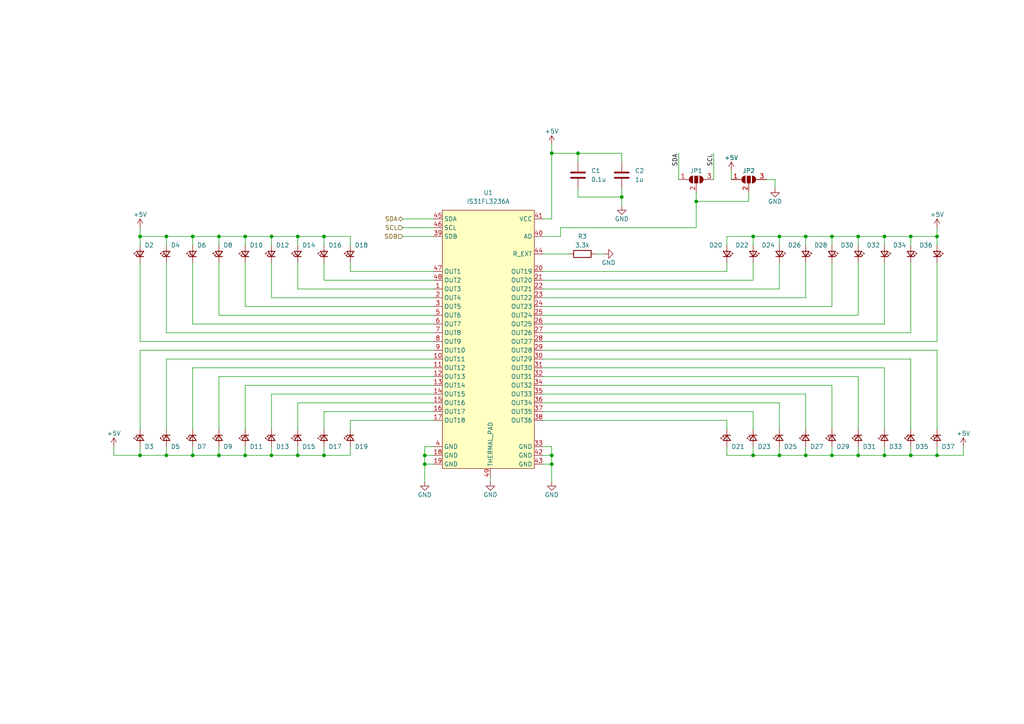
<source format=kicad_sch>
(kicad_sch (version 20211123) (generator eeschema)
  (paper "A4")
  (lib_symbols
    (symbol "Device:C" (pin_numbers hide) (pin_names (offset 0.254))
      (property "Reference" "C" (at 0.635 2.54 0))
      (property "Value" "C" (at 0.635 -2.54 0))
      (symbol "C_0_1"
        (polyline (pts (xy -2.032 -0.762) (xy 2.032 -0.762)) (stroke (width 0.508)))
        (polyline (pts (xy -2.032 0.762) (xy 2.032 0.762)) (stroke (width 0.508)))
      )
      (symbol "C_1_1"
        (pin passive line (at 0 3.81 270) (length 2.794) (name "~") (number "1"))
        (pin passive line (at 0 -3.81 90) (length 2.794) (name "~") (number "2"))
      )
    )
    (symbol "Device:LED_Small" (pin_numbers hide) (pin_names (offset 0.254) hide)
      (property "Reference" "D" (at -1.27 3.175 0))
      (property "Value" "LED_Small" (at -4.445 -2.54 0))
      (symbol "LED_Small_0_1"
        (polyline (pts (xy -0.762 -1.016) (xy -0.762 1.016)) (stroke (width 0.254)))
        (polyline (pts (xy 1.016 0) (xy -0.762 0)))
        (polyline (pts (xy 0.762 -1.016) (xy -0.762 0) (xy 0.762 1.016) (xy 0.762 -1.016)) (stroke (width 0.254)))
        (polyline (pts (xy 0 0.762) (xy -0.508 1.27) (xy -0.254 1.27) (xy -0.508 1.27) (xy -0.508 1.016)))
        (polyline (pts (xy 0.508 1.27) (xy 0 1.778) (xy 0.254 1.778) (xy 0 1.778) (xy 0 1.524)))
      )
      (symbol "LED_Small_1_1"
        (pin passive line (at -2.54 0 0) (length 1.778) (name "K") (number "1"))
        (pin passive line (at 2.54 0 180) (length 1.778) (name "A") (number "2"))
      )
    )
    (symbol "Device:R" (pin_numbers hide) (pin_names (offset 0))
      (property "Reference" "R" (at 2.032 0 90))
      (property "Value" "R" (at 0 0 90))
      (symbol "R_0_1"
        (rectangle (start -1.016 -2.54) (end 1.016 2.54) (stroke (width 0.254)))
      )
      (symbol "R_1_1"
        (pin passive line (at 0 3.81 270) (length 1.27) (name "~") (number "1"))
        (pin passive line (at 0 -3.81 90) (length 1.27) (name "~") (number "2"))
      )
    )
    (symbol "Jumper:SolderJumper_3_Open" (pin_names (offset 0) hide)
      (property "Reference" "JP" (at -2.54 -2.54 0))
      (property "Value" "SolderJumper_3_Open" (at 0 2.794 0))
      (symbol "SolderJumper_3_Open_0_1"
        (arc (start -1.016 1.016) (mid -2.032 0) (end -1.016 -1.016))
        (arc (start -1.016 1.016) (mid -2.032 0) (end -1.016 -1.016) (fill (type outline)))
        (rectangle (start -0.508 1.016) (end 0.508 -1.016) (fill (type outline)))
        (polyline (pts (xy -2.54 0) (xy -2.032 0)))
        (polyline (pts (xy -1.016 1.016) (xy -1.016 -1.016)))
        (polyline (pts (xy 0 -1.27) (xy 0 -1.016)))
        (polyline (pts (xy 1.016 1.016) (xy 1.016 -1.016)))
        (polyline (pts (xy 2.54 0) (xy 2.032 0)))
        (arc (start 1.016 -1.016) (mid 2.032 0) (end 1.016 1.016))
        (arc (start 1.016 -1.016) (mid 2.032 0) (end 1.016 1.016) (fill (type outline)))
      )
      (symbol "SolderJumper_3_Open_1_1"
        (pin passive line (at -5.08 0 0) (length 2.54) (name "A") (number "1"))
        (pin passive line (at 0 -3.81 90) (length 2.54) (name "C") (number "2"))
        (pin passive line (at 5.08 0 180) (length 2.54) (name "B") (number "3"))
      )
    )
    (symbol "WHL0137-LS:IS31FL3236A"
      (property "Reference" "U" (at 13.97 3.81 0))
      (property "Value" "IS31FL3236A" (at 13.97 1.27 0))
      (symbol "IS31FL3236A_0_0"
        (pin output line (at -2.54 -43.18 0) (length 2.54) (name "OUT11") (number "10"))
        (pin output line (at -2.54 -45.72 0) (length 2.54) (name "OUT12") (number "11"))
        (pin output line (at -2.54 -48.26 0) (length 2.54) (name "OUT13") (number "12"))
        (pin output line (at -2.54 -50.8 0) (length 2.54) (name "OUT14") (number "13"))
        (pin output line (at -2.54 -53.34 0) (length 2.54) (name "OUT15") (number "14"))
        (pin output line (at -2.54 -55.88 0) (length 2.54) (name "OUT16") (number "15"))
        (pin output line (at -2.54 -58.42 0) (length 2.54) (name "OUT17") (number "16"))
        (pin output line (at -2.54 -60.96 0) (length 2.54) (name "OUT18") (number "17"))
        (pin passive line (at -2.54 -71.12 0) (length 2.54) (name "GND") (number "18"))
        (pin passive line (at -2.54 -73.66 0) (length 2.54) (name "GND") (number "19"))
        (pin output line (at 29.21 -17.78 180) (length 2.54) (name "OUT19") (number "20"))
        (pin output line (at 29.21 -20.32 180) (length 2.54) (name "OUT20") (number "21"))
        (pin output line (at 29.21 -22.86 180) (length 2.54) (name "OUT21") (number "22"))
        (pin output line (at 29.21 -25.4 180) (length 2.54) (name "OUT22") (number "23"))
        (pin output line (at 29.21 -27.94 180) (length 2.54) (name "OUT23") (number "24"))
        (pin output line (at 29.21 -30.48 180) (length 2.54) (name "OUT24") (number "25"))
        (pin output line (at 29.21 -33.02 180) (length 2.54) (name "OUT25") (number "26"))
        (pin output line (at 29.21 -35.56 180) (length 2.54) (name "OUT26") (number "27"))
        (pin output line (at 29.21 -38.1 180) (length 2.54) (name "OUT27") (number "28"))
        (pin output line (at 29.21 -40.64 180) (length 2.54) (name "OUT28") (number "29"))
        (pin output line (at 29.21 -43.18 180) (length 2.54) (name "OUT29") (number "30"))
        (pin output line (at 29.21 -45.72 180) (length 2.54) (name "OUT30") (number "31"))
        (pin output line (at 29.21 -48.26 180) (length 2.54) (name "OUT31") (number "32"))
        (pin passive line (at 29.21 -68.58 180) (length 2.54) (name "GND") (number "33"))
        (pin output line (at 29.21 -50.8 180) (length 2.54) (name "OUT32") (number "34"))
        (pin output line (at 29.21 -53.34 180) (length 2.54) (name "OUT33") (number "35"))
        (pin output line (at 29.21 -55.88 180) (length 2.54) (name "OUT34") (number "36"))
        (pin output line (at 29.21 -58.42 180) (length 2.54) (name "OUT35") (number "37"))
        (pin output line (at 29.21 -60.96 180) (length 2.54) (name "OUT36") (number "38"))
        (pin input line (at -2.54 -7.62 0) (length 2.54) (name "SDB") (number "39"))
        (pin passive line (at -2.54 -68.58 0) (length 2.54) (name "GND") (number "4"))
        (pin input line (at 29.21 -7.62 180) (length 2.54) (name "AD") (number "40"))
        (pin power_in line (at 29.21 -2.54 180) (length 2.54) (name "VCC") (number "41"))
        (pin passive line (at 29.21 -71.12 180) (length 2.54) (name "GND") (number "42"))
        (pin passive line (at 29.21 -73.66 180) (length 2.54) (name "GND") (number "43"))
        (pin passive line (at 29.21 -12.7 180) (length 2.54) (name "R_EXT") (number "44"))
        (pin bidirectional line (at -2.54 -2.54 0) (length 2.54) (name "SDA") (number "45"))
        (pin input line (at -2.54 -5.08 0) (length 2.54) (name "SCL") (number "46"))
        (pin output line (at -2.54 -17.78 0) (length 2.54) (name "OUT1") (number "47"))
        (pin output line (at -2.54 -20.32 0) (length 2.54) (name "OUT2") (number "48"))
        (pin output line (at -2.54 -30.48 0) (length 2.54) (name "OUT6") (number "5"))
        (pin output line (at -2.54 -33.02 0) (length 2.54) (name "OUT7") (number "6"))
        (pin output line (at -2.54 -35.56 0) (length 2.54) (name "OUT8") (number "7"))
        (pin output line (at -2.54 -38.1 0) (length 2.54) (name "OUT9") (number "8"))
        (pin output line (at -2.54 -40.64 0) (length 2.54) (name "OUT10") (number "9"))
      )
      (symbol "IS31FL3236A_0_1"
        (rectangle (start 0 0) (end 26.67 -74.93) (fill (type background)))
      )
      (symbol "IS31FL3236A_1_1"
        (pin output line (at -2.54 -22.86 0) (length 2.54) (name "OUT3") (number "1"))
        (pin output line (at -2.54 -25.4 0) (length 2.54) (name "OUT4") (number "2"))
        (pin output line (at -2.54 -27.94 0) (length 2.54) (name "OUT5") (number "3"))
        (pin passive line (at 13.97 -77.47 90) (length 2.54) (name "THERMAL_PAD") (number "49"))
      )
    )
    (symbol "power:+5V" (power) (pin_names (offset 0))
      (property "Value" "+5V" (at 0 3.556 0))
      (symbol "+5V_0_1"
        (polyline (pts (xy -0.762 1.27) (xy 0 2.54)))
        (polyline (pts (xy 0 0) (xy 0 2.54)))
        (polyline (pts (xy 0 2.54) (xy 0.762 1.27)))
      )
      (symbol "+5V_1_1"
        (pin power_in line (at 0 0 90) (length 0) hide (name "+5V") (number "1"))
      )
    )
    (symbol "power:GND" (power) (pin_names (offset 0))
      (property "Value" "GND" (at 0 -3.81 0))
      (symbol "GND_0_1"
        (polyline (pts (xy 0 0) (xy 0 -1.27) (xy 1.27 -1.27) (xy 0 -2.54) (xy -1.27 -1.27) (xy 0 -1.27)))
      )
      (symbol "GND_1_1"
        (pin power_in line (at 0 0 270) (length 0) hide (name "GND") (number "1"))
      )
    )
  )
  (junction (at 63.5 132.08))
  (junction (at 248.92 68.58))
  (junction (at 218.44 68.58))
  (junction (at 264.16 68.58))
  (junction (at 271.78 132.08))
  (junction (at 40.64 132.08))
  (junction (at 241.3 132.08))
  (junction (at 78.74 68.58))
  (junction (at 226.06 132.08))
  (junction (at 241.3 68.58))
  (junction (at 123.19 134.62))
  (junction (at 93.98 132.08))
  (junction (at 55.88 68.58))
  (junction (at 160.02 132.08))
  (junction (at 71.12 132.08))
  (junction (at 226.06 68.58))
  (junction (at 233.68 68.58))
  (junction (at 264.16 132.08))
  (junction (at 233.68 132.08))
  (junction (at 160.02 134.62))
  (junction (at 248.92 132.08))
  (junction (at 78.74 132.08))
  (junction (at 63.5 68.58))
  (junction (at 71.12 68.58))
  (junction (at 167.64 44.45))
  (junction (at 48.26 132.08))
  (junction (at 256.54 132.08))
  (junction (at 123.19 132.08))
  (junction (at 160.02 44.45))
  (junction (at 201.93 58.42))
  (junction (at 271.78 68.58))
  (junction (at 86.36 132.08))
  (junction (at 180.34 57.15))
  (junction (at 93.98 68.58))
  (junction (at 218.44 132.08))
  (junction (at 86.36 68.58))
  (junction (at 256.54 68.58))
  (junction (at 48.26 68.58))
  (junction (at 40.64 68.58))
  (junction (at 55.88 132.08))
  (wire (pts (xy 256.54 124.46) (xy 256.54 106.68)))
  (wire (pts (xy 63.5 132.08) (xy 55.88 132.08)))
  (wire (pts (xy 78.74 114.3) (xy 78.74 124.46)))
  (wire (pts (xy 233.68 114.3) (xy 233.68 124.46)))
  (wire (pts (xy 279.4 129.54) (xy 279.4 132.08)))
  (wire (pts (xy 86.36 132.08) (xy 78.74 132.08)))
  (wire (pts (xy 33.02 129.54) (xy 33.02 132.08)))
  (wire (pts (xy 157.48 119.38) (xy 218.44 119.38)))
  (wire (pts (xy 63.5 68.58) (xy 55.88 68.58)))
  (wire (pts (xy 233.68 68.58) (xy 241.3 68.58)))
  (wire (pts (xy 101.6 124.46) (xy 101.6 121.92)))
  (wire (pts (xy 162.56 66.04) (xy 201.93 66.04)))
  (wire (pts (xy 201.93 58.42) (xy 201.93 66.04)))
  (wire (pts (xy 78.74 68.58) (xy 71.12 68.58)))
  (wire (pts (xy 101.6 121.92) (xy 125.73 121.92)))
  (wire (pts (xy 201.93 55.88) (xy 201.93 58.42)))
  (wire (pts (xy 218.44 81.28) (xy 218.44 76.2)))
  (wire (pts (xy 180.34 44.45) (xy 167.64 44.45)))
  (wire (pts (xy 271.78 66.04) (xy 271.78 68.58)))
  (wire (pts (xy 212.09 49.53) (xy 212.09 52.07)))
  (wire (pts (xy 40.64 99.06) (xy 40.64 76.2)))
  (wire (pts (xy 207.01 44.45) (xy 207.01 52.07)))
  (wire (pts (xy 160.02 44.45) (xy 160.02 41.91)))
  (wire (pts (xy 256.54 68.58) (xy 256.54 71.12)))
  (wire (pts (xy 256.54 76.2) (xy 256.54 93.98)))
  (wire (pts (xy 71.12 68.58) (xy 71.12 71.12)))
  (wire (pts (xy 233.68 132.08) (xy 233.68 129.54)))
  (wire (pts (xy 55.88 132.08) (xy 48.26 132.08)))
  (wire (pts (xy 101.6 132.08) (xy 93.98 132.08)))
  (wire (pts (xy 157.48 111.76) (xy 241.3 111.76)))
  (wire (pts (xy 217.17 55.88) (xy 217.17 58.42)))
  (wire (pts (xy 157.48 109.22) (xy 248.92 109.22)))
  (wire (pts (xy 48.26 68.58) (xy 48.26 71.12)))
  (wire (pts (xy 86.36 68.58) (xy 78.74 68.58)))
  (wire (pts (xy 160.02 132.08) (xy 160.02 129.54)))
  (wire (pts (xy 180.34 57.15) (xy 167.64 57.15)))
  (wire (pts (xy 48.26 132.08) (xy 40.64 132.08)))
  (wire (pts (xy 210.82 76.2) (xy 210.82 78.74)))
  (wire (pts (xy 233.68 86.36) (xy 233.68 76.2)))
  (wire (pts (xy 226.06 68.58) (xy 226.06 71.12)))
  (wire (pts (xy 48.26 68.58) (xy 40.64 68.58)))
  (wire (pts (xy 55.88 93.98) (xy 125.73 93.98)))
  (wire (pts (xy 233.68 68.58) (xy 233.68 71.12)))
  (wire (pts (xy 241.3 132.08) (xy 248.92 132.08)))
  (wire (pts (xy 86.36 116.84) (xy 125.73 116.84)))
  (wire (pts (xy 93.98 68.58) (xy 93.98 71.12)))
  (wire (pts (xy 162.56 68.58) (xy 162.56 66.04)))
  (wire (pts (xy 210.82 121.92) (xy 157.48 121.92)))
  (wire (pts (xy 71.12 132.08) (xy 63.5 132.08)))
  (wire (pts (xy 264.16 68.58) (xy 264.16 71.12)))
  (wire (pts (xy 55.88 132.08) (xy 55.88 129.54)))
  (wire (pts (xy 210.82 124.46) (xy 210.82 121.92)))
  (wire (pts (xy 218.44 119.38) (xy 218.44 124.46)))
  (wire (pts (xy 241.3 111.76) (xy 241.3 124.46)))
  (wire (pts (xy 157.48 73.66) (xy 165.1 73.66)))
  (wire (pts (xy 86.36 83.82) (xy 125.73 83.82)))
  (wire (pts (xy 180.34 54.61) (xy 180.34 57.15)))
  (wire (pts (xy 125.73 99.06) (xy 40.64 99.06)))
  (wire (pts (xy 233.68 132.08) (xy 241.3 132.08)))
  (wire (pts (xy 210.82 78.74) (xy 157.48 78.74)))
  (wire (pts (xy 63.5 109.22) (xy 63.5 124.46)))
  (wire (pts (xy 157.48 114.3) (xy 233.68 114.3)))
  (wire (pts (xy 101.6 78.74) (xy 125.73 78.74)))
  (wire (pts (xy 123.19 132.08) (xy 123.19 129.54)))
  (wire (pts (xy 55.88 106.68) (xy 125.73 106.68)))
  (wire (pts (xy 157.48 132.08) (xy 160.02 132.08)))
  (wire (pts (xy 123.19 129.54) (xy 125.73 129.54)))
  (wire (pts (xy 241.3 88.9) (xy 241.3 76.2)))
  (wire (pts (xy 264.16 132.08) (xy 264.16 129.54)))
  (wire (pts (xy 40.64 101.6) (xy 40.64 124.46)))
  (wire (pts (xy 63.5 132.08) (xy 63.5 129.54)))
  (wire (pts (xy 101.6 129.54) (xy 101.6 132.08)))
  (wire (pts (xy 210.82 132.08) (xy 218.44 132.08)))
  (wire (pts (xy 226.06 116.84) (xy 157.48 116.84)))
  (wire (pts (xy 210.82 68.58) (xy 218.44 68.58)))
  (wire (pts (xy 157.48 86.36) (xy 233.68 86.36)))
  (wire (pts (xy 40.64 68.58) (xy 40.64 71.12)))
  (wire (pts (xy 125.73 119.38) (xy 93.98 119.38)))
  (wire (pts (xy 125.73 88.9) (xy 71.12 88.9)))
  (wire (pts (xy 125.73 109.22) (xy 63.5 109.22)))
  (wire (pts (xy 226.06 76.2) (xy 226.06 83.82)))
  (wire (pts (xy 226.06 83.82) (xy 157.48 83.82)))
  (wire (pts (xy 241.3 68.58) (xy 248.92 68.58)))
  (wire (pts (xy 248.92 132.08) (xy 248.92 129.54)))
  (wire (pts (xy 93.98 68.58) (xy 86.36 68.58)))
  (wire (pts (xy 210.82 129.54) (xy 210.82 132.08)))
  (wire (pts (xy 157.48 91.44) (xy 248.92 91.44)))
  (wire (pts (xy 226.06 132.08) (xy 226.06 129.54)))
  (wire (pts (xy 78.74 132.08) (xy 78.74 129.54)))
  (wire (pts (xy 160.02 129.54) (xy 157.48 129.54)))
  (wire (pts (xy 264.16 132.08) (xy 271.78 132.08)))
  (wire (pts (xy 125.73 111.76) (xy 71.12 111.76)))
  (wire (pts (xy 86.36 68.58) (xy 86.36 71.12)))
  (wire (pts (xy 71.12 68.58) (xy 63.5 68.58)))
  (wire (pts (xy 71.12 132.08) (xy 71.12 129.54)))
  (wire (pts (xy 157.48 104.14) (xy 264.16 104.14)))
  (wire (pts (xy 78.74 68.58) (xy 78.74 71.12)))
  (wire (pts (xy 157.48 68.58) (xy 162.56 68.58)))
  (wire (pts (xy 217.17 58.42) (xy 201.93 58.42)))
  (wire (pts (xy 271.78 99.06) (xy 271.78 76.2)))
  (wire (pts (xy 116.84 63.5) (xy 125.73 63.5)))
  (wire (pts (xy 264.16 96.52) (xy 264.16 76.2)))
  (wire (pts (xy 157.48 134.62) (xy 160.02 134.62)))
  (wire (pts (xy 125.73 134.62) (xy 123.19 134.62)))
  (wire (pts (xy 218.44 132.08) (xy 218.44 129.54)))
  (wire (pts (xy 101.6 76.2) (xy 101.6 78.74)))
  (wire (pts (xy 123.19 139.7) (xy 123.19 134.62)))
  (wire (pts (xy 226.06 124.46) (xy 226.06 116.84)))
  (wire (pts (xy 157.48 99.06) (xy 271.78 99.06)))
  (wire (pts (xy 248.92 68.58) (xy 256.54 68.58)))
  (wire (pts (xy 101.6 68.58) (xy 93.98 68.58)))
  (wire (pts (xy 48.26 132.08) (xy 48.26 129.54)))
  (wire (pts (xy 256.54 132.08) (xy 256.54 129.54)))
  (wire (pts (xy 55.88 68.58) (xy 55.88 71.12)))
  (wire (pts (xy 241.3 68.58) (xy 241.3 71.12)))
  (wire (pts (xy 55.88 124.46) (xy 55.88 106.68)))
  (wire (pts (xy 160.02 134.62) (xy 160.02 132.08)))
  (wire (pts (xy 210.82 71.12) (xy 210.82 68.58)))
  (wire (pts (xy 167.64 57.15) (xy 167.64 54.61)))
  (wire (pts (xy 78.74 86.36) (xy 78.74 76.2)))
  (wire (pts (xy 123.19 134.62) (xy 123.19 132.08)))
  (wire (pts (xy 116.84 68.58) (xy 125.73 68.58)))
  (wire (pts (xy 157.48 63.5) (xy 160.02 63.5)))
  (wire (pts (xy 248.92 109.22) (xy 248.92 124.46)))
  (wire (pts (xy 180.34 46.99) (xy 180.34 44.45)))
  (wire (pts (xy 40.64 66.04) (xy 40.64 68.58)))
  (wire (pts (xy 224.79 52.07) (xy 224.79 54.61)))
  (wire (pts (xy 218.44 68.58) (xy 226.06 68.58)))
  (wire (pts (xy 125.73 132.08) (xy 123.19 132.08)))
  (wire (pts (xy 55.88 68.58) (xy 48.26 68.58)))
  (wire (pts (xy 63.5 91.44) (xy 63.5 76.2)))
  (wire (pts (xy 160.02 139.7) (xy 160.02 134.62)))
  (wire (pts (xy 226.06 132.08) (xy 233.68 132.08)))
  (wire (pts (xy 125.73 101.6) (xy 40.64 101.6)))
  (wire (pts (xy 167.64 44.45) (xy 167.64 46.99)))
  (wire (pts (xy 256.54 132.08) (xy 264.16 132.08)))
  (wire (pts (xy 93.98 132.08) (xy 86.36 132.08)))
  (wire (pts (xy 48.26 96.52) (xy 48.26 76.2)))
  (wire (pts (xy 78.74 132.08) (xy 71.12 132.08)))
  (wire (pts (xy 264.16 68.58) (xy 271.78 68.58)))
  (wire (pts (xy 125.73 114.3) (xy 78.74 114.3)))
  (wire (pts (xy 157.48 88.9) (xy 241.3 88.9)))
  (wire (pts (xy 55.88 76.2) (xy 55.88 93.98)))
  (wire (pts (xy 248.92 132.08) (xy 256.54 132.08)))
  (wire (pts (xy 93.98 81.28) (xy 93.98 76.2)))
  (wire (pts (xy 157.48 101.6) (xy 271.78 101.6)))
  (wire (pts (xy 86.36 76.2) (xy 86.36 83.82)))
  (wire (pts (xy 86.36 132.08) (xy 86.36 129.54)))
  (wire (pts (xy 125.73 104.14) (xy 48.26 104.14)))
  (wire (pts (xy 279.4 132.08) (xy 271.78 132.08)))
  (wire (pts (xy 271.78 101.6) (xy 271.78 124.46)))
  (wire (pts (xy 125.73 81.28) (xy 93.98 81.28)))
  (wire (pts (xy 116.84 66.04) (xy 125.73 66.04)))
  (wire (pts (xy 93.98 132.08) (xy 93.98 129.54)))
  (wire (pts (xy 125.73 91.44) (xy 63.5 91.44)))
  (wire (pts (xy 160.02 63.5) (xy 160.02 44.45)))
  (wire (pts (xy 241.3 132.08) (xy 241.3 129.54)))
  (wire (pts (xy 125.73 96.52) (xy 48.26 96.52)))
  (wire (pts (xy 63.5 68.58) (xy 63.5 71.12)))
  (wire (pts (xy 48.26 104.14) (xy 48.26 124.46)))
  (wire (pts (xy 125.73 86.36) (xy 78.74 86.36)))
  (wire (pts (xy 180.34 57.15) (xy 180.34 59.69)))
  (wire (pts (xy 172.72 73.66) (xy 175.26 73.66)))
  (wire (pts (xy 101.6 71.12) (xy 101.6 68.58)))
  (wire (pts (xy 271.78 68.58) (xy 271.78 71.12)))
  (wire (pts (xy 248.92 91.44) (xy 248.92 76.2)))
  (wire (pts (xy 218.44 68.58) (xy 218.44 71.12)))
  (wire (pts (xy 226.06 68.58) (xy 233.68 68.58)))
  (wire (pts (xy 264.16 104.14) (xy 264.16 124.46)))
  (wire (pts (xy 160.02 44.45) (xy 167.64 44.45)))
  (wire (pts (xy 157.48 81.28) (xy 218.44 81.28)))
  (wire (pts (xy 271.78 132.08) (xy 271.78 129.54)))
  (wire (pts (xy 40.64 132.08) (xy 40.64 129.54)))
  (wire (pts (xy 33.02 132.08) (xy 40.64 132.08)))
  (wire (pts (xy 248.92 68.58) (xy 248.92 71.12)))
  (wire (pts (xy 256.54 68.58) (xy 264.16 68.58)))
  (wire (pts (xy 196.85 44.45) (xy 196.85 52.07)))
  (wire (pts (xy 93.98 119.38) (xy 93.98 124.46)))
  (wire (pts (xy 86.36 124.46) (xy 86.36 116.84)))
  (wire (pts (xy 256.54 106.68) (xy 157.48 106.68)))
  (wire (pts (xy 142.24 138.43) (xy 142.24 139.7)))
  (wire (pts (xy 157.48 96.52) (xy 264.16 96.52)))
  (wire (pts (xy 71.12 111.76) (xy 71.12 124.46)))
  (wire (pts (xy 256.54 93.98) (xy 157.48 93.98)))
  (wire (pts (xy 222.25 52.07) (xy 224.79 52.07)))
  (wire (pts (xy 71.12 88.9) (xy 71.12 76.2)))
  (wire (pts (xy 218.44 132.08) (xy 226.06 132.08)))
  (label "SCL" (at 207.01 48.26 90))
  (label "SDA" (at 196.85 48.26 90))
  (hierarchical_label "SCL" (shape input) (at 116.84 66.04 180))
  (hierarchical_label "SDA" (shape bidirectional) (at 116.84 63.5 180))
  (hierarchical_label "SDB" (shape input) (at 116.84 68.58 180))
  (symbol (lib_id "power:+5V") (at 279.4 129.54 0) (mirror y) (unit 1)
    (property "Reference" "#PWR017" (effects hide))
    (property "Value" "+5V" (at 279.4 125.73 0))
  )
  (symbol (lib_id "Device:LED_Small") (at 210.82 73.66 270) (mirror x) (unit 1)
    (property "Reference" "D20" (at 209.55 71.12 90) (effects (justify right)))
    (property "Value" "LED_Small" (effects hide))
    (property "Footprint" "LED_THT:LED_D5.0mm" (effects hide))
  )
  (symbol (lib_id "Device:LED_Small") (at 55.88 73.66 90) (unit 1)
    (property "Reference" "D6" (at 57.15 71.12 90) (effects (justify right)))
    (property "Value" "LED_Small" (effects hide))
    (property "Footprint" "LED_THT:LED_D5.0mm" (effects hide))
  )
  (symbol (lib_id "Device:LED_Small") (at 40.64 73.66 90) (unit 1)
    (property "Reference" "D2" (at 41.91 71.12 90) (effects (justify right)))
    (property "Value" "LED_Small" (effects hide))
    (property "Footprint" "LED_THT:LED_D5.0mm" (effects hide))
  )
  (symbol (lib_id "Jumper:SolderJumper_3_Open") (at 201.93 52.07 0) (unit 1)
    (property "Reference" "JP1" (at 201.93 49.53 0))
    (property "Value" "SolderJumper_3_Open" (effects hide))
    (property "Footprint" "Jumper:SolderJumper-3_P2.0mm_Open_TrianglePad1.0x1.5mm_NumberLabels" (effects hide))
  )
  (symbol (lib_id "Device:LED_Small") (at 48.26 73.66 90) (unit 1)
    (property "Reference" "D4" (at 49.53 71.12 90) (effects (justify right)))
    (property "Value" "LED_Small" (effects hide))
    (property "Footprint" "LED_THT:LED_D5.0mm" (effects hide))
  )
  (symbol (lib_id "Device:LED_Small") (at 78.74 127 90) (mirror x) (unit 1)
    (property "Reference" "D13" (at 80.01 129.54 90) (effects (justify right)))
    (property "Value" "LED_Small" (effects hide))
    (property "Footprint" "LED_THT:LED_D5.0mm" (effects hide))
  )
  (symbol (lib_id "Device:LED_Small") (at 271.78 73.66 270) (mirror x) (unit 1)
    (property "Reference" "D36" (at 270.51 71.12 90) (effects (justify right)))
    (property "Value" "LED_Small" (effects hide))
    (property "Footprint" "LED_THT:LED_D5.0mm" (effects hide))
  )
  (symbol (lib_id "power:GND") (at 224.79 54.61 0) (unit 1)
    (property "Reference" "#PWR015" (effects hide))
    (property "Value" "GND" (at 224.79 58.42 0))
  )
  (symbol (lib_id "Device:LED_Small") (at 48.26 127 90) (mirror x) (unit 1)
    (property "Reference" "D5" (at 49.53 129.54 90) (effects (justify right)))
    (property "Value" "LED_Small" (effects hide))
    (property "Footprint" "LED_THT:LED_D5.0mm" (effects hide))
  )
  (symbol (lib_id "Device:LED_Small") (at 241.3 73.66 270) (mirror x) (unit 1)
    (property "Reference" "D28" (at 240.03 71.12 90) (effects (justify right)))
    (property "Value" "LED_Small" (effects hide))
    (property "Footprint" "LED_THT:LED_D5.0mm" (effects hide))
  )
  (symbol (lib_id "Device:LED_Small") (at 86.36 73.66 90) (unit 1)
    (property "Reference" "D14" (at 87.63 71.12 90) (effects (justify right)))
    (property "Value" "LED_Small" (effects hide))
    (property "Footprint" "LED_THT:LED_D5.0mm" (effects hide))
  )
  (symbol (lib_id "power:GND") (at 175.26 73.66 90) (unit 1)
    (property "Reference" "#PWR012" (effects hide))
    (property "Value" "GND" (at 176.53 76.2 90))
  )
  (symbol (lib_id "Device:LED_Small") (at 256.54 73.66 270) (mirror x) (unit 1)
    (property "Reference" "D32" (at 255.27 71.12 90) (effects (justify right)))
    (property "Value" "LED_Small" (effects hide))
    (property "Footprint" "LED_THT:LED_D5.0mm" (effects hide))
  )
  (symbol (lib_id "Device:LED_Small") (at 271.78 127 90) (mirror x) (unit 1)
    (property "Reference" "D37" (at 273.05 129.54 90) (effects (justify right)))
    (property "Value" "LED_Small" (effects hide))
    (property "Footprint" "LED_THT:LED_D5.0mm" (effects hide))
  )
  (symbol (lib_id "Device:C") (at 180.34 50.8 0) (unit 1)
    (property "Reference" "C2" (at 184.15 49.5299 0) (effects (justify left)))
    (property "Value" "1u" (at 184.15 52.0699 0) (effects (justify left)))
    (property "Footprint" "Capacitor_SMD:C_0805_2012Metric" (effects hide))
  )
  (symbol (lib_id "Device:LED_Small") (at 264.16 127 90) (mirror x) (unit 1)
    (property "Reference" "D35" (at 265.43 129.54 90) (effects (justify right)))
    (property "Value" "LED_Small" (effects hide))
    (property "Footprint" "LED_THT:LED_D5.0mm" (effects hide))
  )
  (symbol (lib_id "power:+5V") (at 160.02 41.91 0) (unit 1)
    (property "Reference" "#PWR010" (effects hide))
    (property "Value" "+5V" (at 160.02 38.1 0))
  )
  (symbol (lib_id "Device:R") (at 168.91 73.66 90) (unit 1)
    (property "Reference" "R3" (at 168.91 68.58 90))
    (property "Value" "3.3k" (at 168.91 71.12 90))
    (property "Footprint" "Resistor_SMD:R_0805_2012Metric" (effects hide))
  )
  (symbol (lib_id "Device:LED_Small") (at 210.82 127 90) (mirror x) (unit 1)
    (property "Reference" "D21" (at 212.09 129.54 90) (effects (justify right)))
    (property "Value" "LED_Small" (effects hide))
    (property "Footprint" "LED_THT:LED_D5.0mm" (effects hide))
  )
  (symbol (lib_id "Device:LED_Small") (at 55.88 127 90) (mirror x) (unit 1)
    (property "Reference" "D7" (at 57.15 129.54 90) (effects (justify right)))
    (property "Value" "LED_Small" (effects hide))
    (property "Footprint" "LED_THT:LED_D5.0mm" (effects hide))
  )
  (symbol (lib_id "Device:LED_Small") (at 226.06 127 90) (mirror x) (unit 1)
    (property "Reference" "D25" (at 227.33 129.54 90) (effects (justify right)))
    (property "Value" "LED_Small" (effects hide))
    (property "Footprint" "LED_THT:LED_D5.0mm" (effects hide))
  )
  (symbol (lib_id "Device:LED_Small") (at 226.06 73.66 270) (mirror x) (unit 1)
    (property "Reference" "D24" (at 224.79 71.12 90) (effects (justify right)))
    (property "Value" "LED_Small" (effects hide))
    (property "Footprint" "LED_THT:LED_D5.0mm" (effects hide))
  )
  (symbol (lib_id "Device:LED_Small") (at 63.5 73.66 90) (unit 1)
    (property "Reference" "D8" (at 64.77 71.12 90) (effects (justify right)))
    (property "Value" "LED_Small" (effects hide))
    (property "Footprint" "LED_THT:LED_D5.0mm" (effects hide))
  )
  (symbol (lib_id "Device:LED_Small") (at 71.12 73.66 90) (unit 1)
    (property "Reference" "D10" (at 72.39 71.12 90) (effects (justify right)))
    (property "Value" "LED_Small" (effects hide))
    (property "Footprint" "LED_THT:LED_D5.0mm" (effects hide))
  )
  (symbol (lib_id "Device:LED_Small") (at 248.92 73.66 270) (mirror x) (unit 1)
    (property "Reference" "D30" (at 247.65 71.12 90) (effects (justify right)))
    (property "Value" "LED_Small" (effects hide))
    (property "Footprint" "LED_THT:LED_D5.0mm" (effects hide))
  )
  (symbol (lib_id "Device:LED_Small") (at 248.92 127 90) (mirror x) (unit 1)
    (property "Reference" "D31" (at 250.19 129.54 90) (effects (justify right)))
    (property "Value" "LED_Small" (effects hide))
    (property "Footprint" "LED_THT:LED_D5.0mm" (effects hide))
  )
  (symbol (lib_id "Device:LED_Small") (at 93.98 73.66 90) (unit 1)
    (property "Reference" "D16" (at 95.25 71.12 90) (effects (justify right)))
    (property "Value" "LED_Small" (effects hide))
    (property "Footprint" "LED_THT:LED_D5.0mm" (effects hide))
  )
  (symbol (lib_id "Device:LED_Small") (at 264.16 73.66 270) (mirror x) (unit 1)
    (property "Reference" "D34" (at 262.89 71.12 90) (effects (justify right)))
    (property "Value" "LED_Small" (effects hide))
    (property "Footprint" "LED_THT:LED_D5.0mm" (effects hide))
  )
  (symbol (lib_id "Device:LED_Small") (at 93.98 127 90) (mirror x) (unit 1)
    (property "Reference" "D17" (at 95.25 129.54 90) (effects (justify right)))
    (property "Value" "LED_Small" (effects hide))
    (property "Footprint" "LED_THT:LED_D5.0mm" (effects hide))
  )
  (symbol (lib_id "Device:C") (at 167.64 50.8 0) (unit 1)
    (property "Reference" "C1" (at 171.45 49.5299 0) (effects (justify left)))
    (property "Value" "0.1u" (at 171.45 52.0699 0) (effects (justify left)))
    (property "Footprint" "Capacitor_SMD:C_0805_2012Metric" (effects hide))
  )
  (symbol (lib_id "WHL0137-LS:IS31FL3236A") (at 128.27 60.96 0) (unit 1)
    (property "Reference" "U1" (at 141.605 55.88 0))
    (property "Value" "IS31FL3236A" (at 141.605 58.42 0))
    (property "Footprint" "Package_QFP:TQFP-48-1EP_7x7mm_P0.5mm_EP5x5mm_ThermalVias" (effects hide))
  )
  (symbol (lib_id "power:+5V") (at 212.09 49.53 0) (unit 1)
    (property "Reference" "#PWR014" (effects hide))
    (property "Value" "+5V" (at 212.09 45.72 0))
  )
  (symbol (lib_id "Device:LED_Small") (at 218.44 127 90) (mirror x) (unit 1)
    (property "Reference" "D23" (at 219.71 129.54 90) (effects (justify right)))
    (property "Value" "LED_Small" (effects hide))
    (property "Footprint" "LED_THT:LED_D5.0mm" (effects hide))
  )
  (symbol (lib_id "Device:LED_Small") (at 241.3 127 90) (mirror x) (unit 1)
    (property "Reference" "D29" (at 242.57 129.54 90) (effects (justify right)))
    (property "Value" "LED_Small" (effects hide))
    (property "Footprint" "LED_THT:LED_D5.0mm" (effects hide))
  )
  (symbol (lib_id "Device:LED_Small") (at 218.44 73.66 270) (mirror x) (unit 1)
    (property "Reference" "D22" (at 217.17 71.12 90) (effects (justify right)))
    (property "Value" "LED_Small" (effects hide))
    (property "Footprint" "LED_THT:LED_D5.0mm" (effects hide))
  )
  (symbol (lib_id "Device:LED_Small") (at 71.12 127 90) (mirror x) (unit 1)
    (property "Reference" "D11" (at 72.39 129.54 90) (effects (justify right)))
    (property "Value" "LED_Small" (effects hide))
    (property "Footprint" "LED_THT:LED_D5.0mm" (effects hide))
  )
  (symbol (lib_id "Device:LED_Small") (at 63.5 127 90) (mirror x) (unit 1)
    (property "Reference" "D9" (at 64.77 129.54 90) (effects (justify right)))
    (property "Value" "LED_Small" (effects hide))
    (property "Footprint" "LED_THT:LED_D5.0mm" (effects hide))
  )
  (symbol (lib_id "Device:LED_Small") (at 78.74 73.66 90) (unit 1)
    (property "Reference" "D12" (at 80.01 71.12 90) (effects (justify right)))
    (property "Value" "LED_Small" (effects hide))
    (property "Footprint" "LED_THT:LED_D5.0mm" (effects hide))
  )
  (symbol (lib_id "power:+5V") (at 40.64 66.04 0) (unit 1)
    (property "Reference" "#PWR07" (effects hide))
    (property "Value" "+5V" (at 40.64 62.23 0))
  )
  (symbol (lib_id "Device:LED_Small") (at 233.68 73.66 270) (mirror x) (unit 1)
    (property "Reference" "D26" (at 232.41 71.12 90) (effects (justify right)))
    (property "Value" "LED_Small" (effects hide))
    (property "Footprint" "LED_THT:LED_D5.0mm" (effects hide))
  )
  (symbol (lib_id "Device:LED_Small") (at 101.6 73.66 90) (unit 1)
    (property "Reference" "D18" (at 102.87 71.12 90) (effects (justify right)))
    (property "Value" "LED_Small" (effects hide))
    (property "Footprint" "LED_THT:LED_D5.0mm" (effects hide))
  )
  (symbol (lib_id "Jumper:SolderJumper_3_Open") (at 217.17 52.07 0) (unit 1)
    (property "Reference" "JP2" (at 217.17 49.53 0))
    (property "Value" "SolderJumper_3_Open" (effects hide))
    (property "Footprint" "Jumper:SolderJumper-3_P2.0mm_Open_TrianglePad1.0x1.5mm_NumberLabels" (effects hide))
  )
  (symbol (lib_id "Device:LED_Small") (at 86.36 127 90) (mirror x) (unit 1)
    (property "Reference" "D15" (at 87.63 129.54 90) (effects (justify right)))
    (property "Value" "LED_Small" (effects hide))
    (property "Footprint" "LED_THT:LED_D5.0mm" (effects hide))
  )
  (symbol (lib_id "power:+5V") (at 33.02 129.54 0) (unit 1)
    (property "Reference" "#PWR06" (effects hide))
    (property "Value" "+5V" (at 33.02 125.73 0))
  )
  (symbol (lib_id "power:+5V") (at 271.78 66.04 0) (unit 1)
    (property "Reference" "#PWR016" (effects hide))
    (property "Value" "+5V" (at 271.78 62.23 0))
  )
  (symbol (lib_id "power:GND") (at 142.24 139.7 0) (unit 1)
    (property "Reference" "#PWR09" (effects hide))
    (property "Value" "GND" (at 142.24 143.51 0))
  )
  (symbol (lib_id "Device:LED_Small") (at 256.54 127 90) (mirror x) (unit 1)
    (property "Reference" "D33" (at 257.81 129.54 90) (effects (justify right)))
    (property "Value" "LED_Small" (effects hide))
    (property "Footprint" "LED_THT:LED_D5.0mm" (effects hide))
  )
  (symbol (lib_id "power:GND") (at 180.34 59.69 0) (mirror y) (unit 1)
    (property "Reference" "#PWR013" (effects hide))
    (property "Value" "GND" (at 180.34 63.5 0))
  )
  (symbol (lib_id "Device:LED_Small") (at 101.6 127 90) (mirror x) (unit 1)
    (property "Reference" "D19" (at 102.87 129.54 90) (effects (justify right)))
    (property "Value" "LED_Small" (effects hide))
    (property "Footprint" "LED_THT:LED_D5.0mm" (effects hide))
  )
  (symbol (lib_id "Device:LED_Small") (at 233.68 127 90) (mirror x) (unit 1)
    (property "Reference" "D27" (at 234.95 129.54 90) (effects (justify right)))
    (property "Value" "LED_Small" (effects hide))
    (property "Footprint" "LED_THT:LED_D5.0mm" (effects hide))
  )
  (symbol (lib_id "Device:LED_Small") (at 40.64 127 90) (mirror x) (unit 1)
    (property "Reference" "D3" (at 41.91 129.54 90) (effects (justify right)))
    (property "Value" "LED_Small" (effects hide))
    (property "Footprint" "LED_THT:LED_D5.0mm" (effects hide))
  )
  (symbol (lib_id "power:GND") (at 160.02 139.7 0) (unit 1)
    (property "Reference" "#PWR011" (effects hide))
    (property "Value" "GND" (at 160.02 143.51 0))
  )
  (symbol (lib_id "power:GND") (at 123.19 139.7 0) (mirror y) (unit 1)
    (property "Reference" "#PWR08" (effects hide))
    (property "Value" "GND" (at 123.19 143.51 0))
  )
)
</source>
